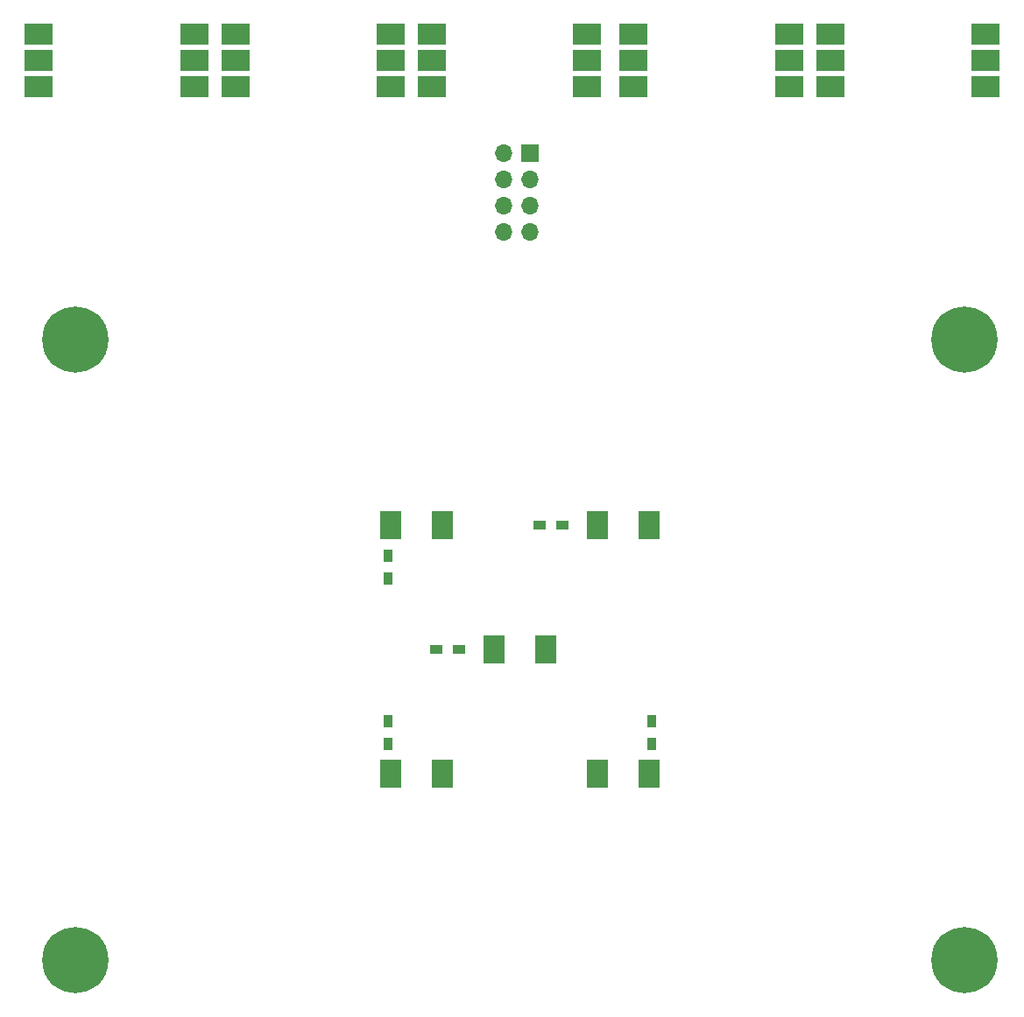
<source format=gbr>
G04 #@! TF.FileFunction,Soldermask,Bot*
%FSLAX46Y46*%
G04 Gerber Fmt 4.6, Leading zero omitted, Abs format (unit mm)*
G04 Created by KiCad (PCBNEW 4.0.7) date 06/11/18 22:56:17*
%MOMM*%
%LPD*%
G01*
G04 APERTURE LIST*
%ADD10C,0.100000*%
%ADD11C,6.400000*%
%ADD12R,1.700000X1.700000*%
%ADD13O,1.700000X1.700000*%
%ADD14R,1.200000X0.900000*%
%ADD15R,0.900000X1.200000*%
%ADD16R,2.794000X2.000000*%
%ADD17R,2.000000X2.800000*%
G04 APERTURE END LIST*
D10*
D11*
X107000000Y-83000000D03*
D12*
X151000000Y-65000000D03*
D13*
X148460000Y-65000000D03*
X151000000Y-67540000D03*
X148460000Y-67540000D03*
X151000000Y-70080000D03*
X148460000Y-70080000D03*
X151000000Y-72620000D03*
X148460000Y-72620000D03*
D14*
X154100000Y-101000000D03*
X151900000Y-101000000D03*
D15*
X137250000Y-103900000D03*
X137250000Y-106100000D03*
D14*
X144100000Y-113000000D03*
X141900000Y-113000000D03*
D15*
X137250000Y-122100000D03*
X137250000Y-119900000D03*
X162750000Y-122100000D03*
X162750000Y-119900000D03*
D11*
X107000000Y-143000000D03*
X193000000Y-143000000D03*
X193000000Y-83000000D03*
D16*
X195000000Y-53500000D03*
X195000000Y-56040000D03*
X195000000Y-58580000D03*
X180000000Y-53500000D03*
X180000000Y-56040000D03*
X180000000Y-58580000D03*
X118500000Y-53500000D03*
X118500000Y-56040000D03*
X118500000Y-58580000D03*
X103500000Y-53500000D03*
X103500000Y-56040000D03*
X103500000Y-58580000D03*
X156500000Y-53500000D03*
X156500000Y-56040000D03*
X156500000Y-58580000D03*
X141500000Y-53500000D03*
X141500000Y-56040000D03*
X141500000Y-58580000D03*
X137500000Y-53500000D03*
X137500000Y-56040000D03*
X137500000Y-58580000D03*
X122500000Y-53500000D03*
X122500000Y-56040000D03*
X122500000Y-58580000D03*
X176000000Y-53500000D03*
X176000000Y-56040000D03*
X176000000Y-58580000D03*
X161000000Y-53500000D03*
X161000000Y-56040000D03*
X161000000Y-58580000D03*
D17*
X162500000Y-101000000D03*
X157500000Y-101000000D03*
X142500000Y-101000000D03*
X137500000Y-101000000D03*
X152500000Y-113000000D03*
X147500000Y-113000000D03*
X142500000Y-125000000D03*
X137500000Y-125000000D03*
X157500000Y-125000000D03*
X162500000Y-125000000D03*
M02*

</source>
